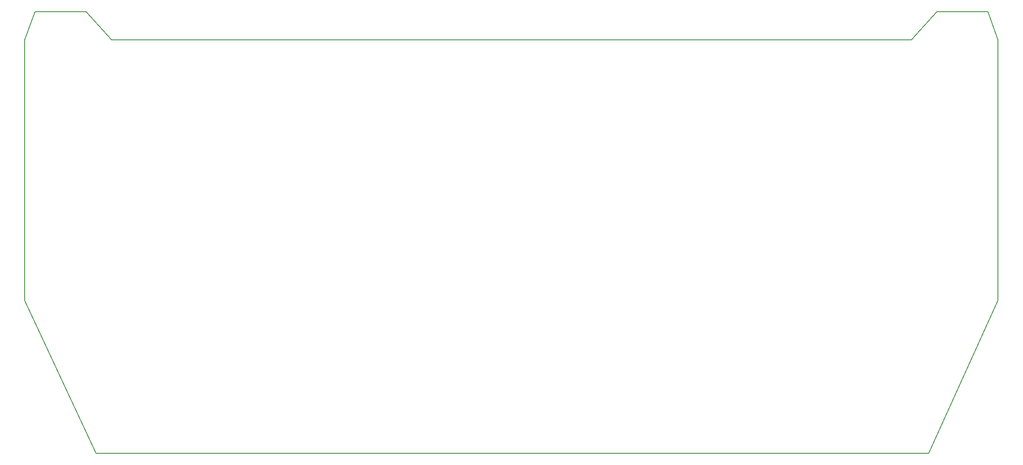
<source format=gbr>
G04 #@! TF.GenerationSoftware,KiCad,Pcbnew,(5.1.9)-1*
G04 #@! TF.CreationDate,2022-03-23T20:51:23-07:00*
G04 #@! TF.ProjectId,alphalpha_plus_v2,616c7068-616c-4706-9861-5f706c75735f,rev?*
G04 #@! TF.SameCoordinates,Original*
G04 #@! TF.FileFunction,Profile,NP*
%FSLAX46Y46*%
G04 Gerber Fmt 4.6, Leading zero omitted, Abs format (unit mm)*
G04 Created by KiCad (PCBNEW (5.1.9)-1) date 2022-03-23 20:51:23*
%MOMM*%
%LPD*%
G01*
G04 APERTURE LIST*
G04 #@! TA.AperFunction,Profile*
%ADD10C,0.200000*%
G04 #@! TD*
G04 APERTURE END LIST*
D10*
X19050000Y-19000000D02*
X19050000Y-70000000D01*
X33020000Y-99900000D02*
X196000000Y-99900000D01*
X21050000Y-13500000D02*
X31050000Y-13500000D01*
X209550000Y-19000000D02*
X209550000Y-70000000D01*
X19050000Y-70000000D02*
X33020000Y-99900000D01*
X196000000Y-99900000D02*
X209550000Y-70000000D01*
X19050000Y-19000000D02*
X21050000Y-13500000D01*
X31050000Y-13500000D02*
X36050000Y-19000000D01*
X209550000Y-19000000D02*
X207550000Y-13500000D01*
X197550000Y-13500000D02*
X207550000Y-13500000D01*
X197550000Y-13500000D02*
X192550000Y-19000000D01*
X36050000Y-19000000D02*
X192550000Y-19000000D01*
M02*

</source>
